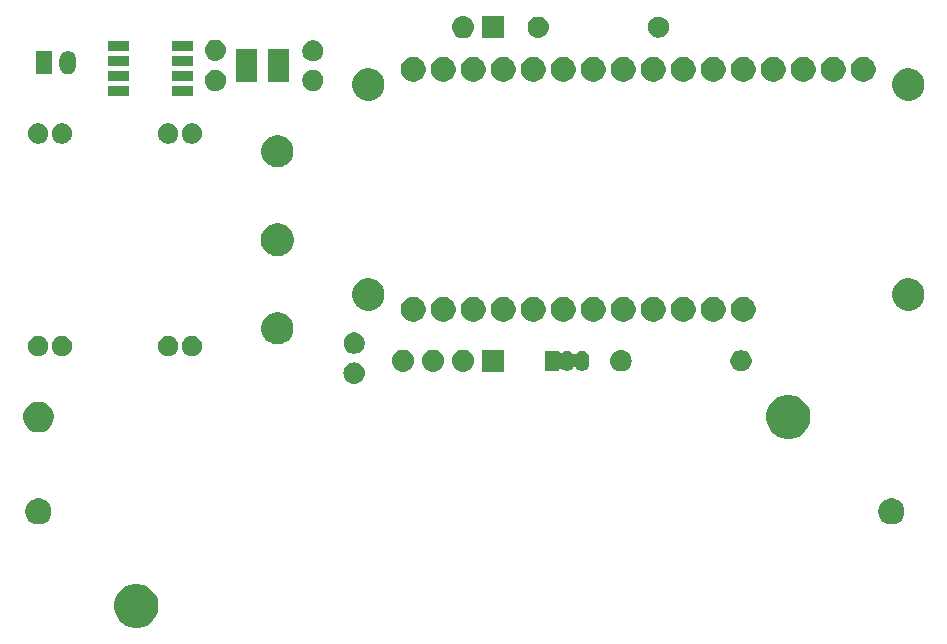
<source format=gbr>
%TF.GenerationSoftware,KiCad,Pcbnew,(5.0.2)-1*%
%TF.CreationDate,2019-03-08T17:26:47-06:00*%
%TF.ProjectId,IoT IPRO (plant pot),496f5420-4950-4524-9f20-28706c616e74,rev?*%
%TF.SameCoordinates,Original*%
%TF.FileFunction,Soldermask,Top*%
%TF.FilePolarity,Negative*%
%FSLAX46Y46*%
G04 Gerber Fmt 4.6, Leading zero omitted, Abs format (unit mm)*
G04 Created by KiCad (PCBNEW (5.0.2)-1) date 3/8/2019 5:26:47 PM*
%MOMM*%
%LPD*%
G01*
G04 APERTURE LIST*
%ADD10C,0.100000*%
G04 APERTURE END LIST*
D10*
G36*
X71346916Y-82197055D02*
X71688144Y-82338396D01*
X71995246Y-82543595D01*
X72256405Y-82804754D01*
X72461604Y-83111856D01*
X72602945Y-83453084D01*
X72675000Y-83815327D01*
X72675000Y-84184673D01*
X72602945Y-84546916D01*
X72461604Y-84888144D01*
X72256405Y-85195246D01*
X71995246Y-85456405D01*
X71688144Y-85661604D01*
X71346916Y-85802945D01*
X70984673Y-85875000D01*
X70615327Y-85875000D01*
X70253084Y-85802945D01*
X69911856Y-85661604D01*
X69604754Y-85456405D01*
X69343595Y-85195246D01*
X69138396Y-84888144D01*
X68997055Y-84546916D01*
X68925000Y-84184673D01*
X68925000Y-83815327D01*
X68997055Y-83453084D01*
X69138396Y-83111856D01*
X69343595Y-82804754D01*
X69604754Y-82543595D01*
X69911856Y-82338396D01*
X70253084Y-82197055D01*
X70615327Y-82125000D01*
X70984673Y-82125000D01*
X71346916Y-82197055D01*
X71346916Y-82197055D01*
G37*
G36*
X135060857Y-74942272D02*
X135261042Y-75025191D01*
X135441213Y-75145578D01*
X135594422Y-75298787D01*
X135714809Y-75478958D01*
X135797728Y-75679143D01*
X135840000Y-75891658D01*
X135840000Y-76108342D01*
X135797728Y-76320857D01*
X135714809Y-76521042D01*
X135594422Y-76701213D01*
X135441213Y-76854422D01*
X135261042Y-76974809D01*
X135060857Y-77057728D01*
X134848342Y-77100000D01*
X134631658Y-77100000D01*
X134419143Y-77057728D01*
X134218958Y-76974809D01*
X134038787Y-76854422D01*
X133885578Y-76701213D01*
X133765191Y-76521042D01*
X133682272Y-76320857D01*
X133640000Y-76108342D01*
X133640000Y-75891658D01*
X133682272Y-75679143D01*
X133765191Y-75478958D01*
X133885578Y-75298787D01*
X134038787Y-75145578D01*
X134218958Y-75025191D01*
X134419143Y-74942272D01*
X134631658Y-74900000D01*
X134848342Y-74900000D01*
X135060857Y-74942272D01*
X135060857Y-74942272D01*
G37*
G36*
X62840857Y-74942272D02*
X63041042Y-75025191D01*
X63221213Y-75145578D01*
X63374422Y-75298787D01*
X63494809Y-75478958D01*
X63577728Y-75679143D01*
X63620000Y-75891658D01*
X63620000Y-76108342D01*
X63577728Y-76320857D01*
X63494809Y-76521042D01*
X63374422Y-76701213D01*
X63221213Y-76854422D01*
X63041042Y-76974809D01*
X62840857Y-77057728D01*
X62628342Y-77100000D01*
X62411658Y-77100000D01*
X62199143Y-77057728D01*
X61998958Y-76974809D01*
X61818787Y-76854422D01*
X61665578Y-76701213D01*
X61545191Y-76521042D01*
X61462272Y-76320857D01*
X61420000Y-76108342D01*
X61420000Y-75891658D01*
X61462272Y-75679143D01*
X61545191Y-75478958D01*
X61665578Y-75298787D01*
X61818787Y-75145578D01*
X61998958Y-75025191D01*
X62199143Y-74942272D01*
X62411658Y-74900000D01*
X62628342Y-74900000D01*
X62840857Y-74942272D01*
X62840857Y-74942272D01*
G37*
G36*
X126546916Y-66197055D02*
X126888144Y-66338396D01*
X127195246Y-66543595D01*
X127456405Y-66804754D01*
X127661604Y-67111856D01*
X127802945Y-67453084D01*
X127875000Y-67815327D01*
X127875000Y-68184673D01*
X127802945Y-68546916D01*
X127661604Y-68888144D01*
X127456405Y-69195246D01*
X127195246Y-69456405D01*
X126888144Y-69661604D01*
X126546916Y-69802945D01*
X126184673Y-69875000D01*
X125815327Y-69875000D01*
X125453084Y-69802945D01*
X125111856Y-69661604D01*
X124804754Y-69456405D01*
X124543595Y-69195246D01*
X124338396Y-68888144D01*
X124197055Y-68546916D01*
X124125000Y-68184673D01*
X124125000Y-67815327D01*
X124197055Y-67453084D01*
X124338396Y-67111856D01*
X124543595Y-66804754D01*
X124804754Y-66543595D01*
X125111856Y-66338396D01*
X125453084Y-66197055D01*
X125815327Y-66125000D01*
X126184673Y-66125000D01*
X126546916Y-66197055D01*
X126546916Y-66197055D01*
G37*
G36*
X62814341Y-66738177D02*
X62897738Y-66754766D01*
X63133413Y-66852386D01*
X63342689Y-66992221D01*
X63345517Y-66994110D01*
X63525890Y-67174483D01*
X63667615Y-67386589D01*
X63765234Y-67622263D01*
X63815000Y-67872452D01*
X63815000Y-68127548D01*
X63765234Y-68377737D01*
X63667615Y-68613411D01*
X63525890Y-68825517D01*
X63345517Y-69005890D01*
X63345514Y-69005892D01*
X63133413Y-69147614D01*
X62897738Y-69245234D01*
X62814341Y-69261823D01*
X62647548Y-69295000D01*
X62392452Y-69295000D01*
X62225659Y-69261823D01*
X62142262Y-69245234D01*
X61906587Y-69147614D01*
X61694486Y-69005892D01*
X61694483Y-69005890D01*
X61514110Y-68825517D01*
X61372385Y-68613411D01*
X61274766Y-68377737D01*
X61225000Y-68127548D01*
X61225000Y-67872452D01*
X61274766Y-67622263D01*
X61372385Y-67386589D01*
X61514110Y-67174483D01*
X61694483Y-66994110D01*
X61697311Y-66992221D01*
X61906587Y-66852386D01*
X62142262Y-66754766D01*
X62225659Y-66738177D01*
X62392452Y-66705000D01*
X62647548Y-66705000D01*
X62814341Y-66738177D01*
X62814341Y-66738177D01*
G37*
G36*
X89426432Y-63403022D02*
X89596081Y-63454485D01*
X89752433Y-63538056D01*
X89889475Y-63650525D01*
X90001944Y-63787567D01*
X90085515Y-63943919D01*
X90136978Y-64113568D01*
X90154354Y-64290000D01*
X90136978Y-64466432D01*
X90085515Y-64636081D01*
X90001944Y-64792433D01*
X89889475Y-64929475D01*
X89752433Y-65041944D01*
X89596081Y-65125515D01*
X89426432Y-65176978D01*
X89294211Y-65190000D01*
X89205789Y-65190000D01*
X89073568Y-65176978D01*
X88903919Y-65125515D01*
X88747567Y-65041944D01*
X88610525Y-64929475D01*
X88498056Y-64792433D01*
X88414485Y-64636081D01*
X88363022Y-64466432D01*
X88345646Y-64290000D01*
X88363022Y-64113568D01*
X88414485Y-63943919D01*
X88498056Y-63787567D01*
X88610525Y-63650525D01*
X88747567Y-63538056D01*
X88903919Y-63454485D01*
X89073568Y-63403022D01*
X89205789Y-63390000D01*
X89294211Y-63390000D01*
X89426432Y-63403022D01*
X89426432Y-63403022D01*
G37*
G36*
X101950000Y-64190000D02*
X100050000Y-64190000D01*
X100050000Y-62290000D01*
X101950000Y-62290000D01*
X101950000Y-64190000D01*
X101950000Y-64190000D01*
G37*
G36*
X98576448Y-62296873D02*
X98646232Y-62303746D01*
X98735770Y-62330907D01*
X98825309Y-62358068D01*
X98990347Y-62446283D01*
X99135001Y-62564999D01*
X99253717Y-62709653D01*
X99341932Y-62874691D01*
X99369093Y-62964230D01*
X99396254Y-63053768D01*
X99414596Y-63240000D01*
X99396254Y-63426232D01*
X99387683Y-63454486D01*
X99341932Y-63605309D01*
X99253717Y-63770347D01*
X99135001Y-63915001D01*
X98990347Y-64033717D01*
X98825309Y-64121932D01*
X98808674Y-64126978D01*
X98646232Y-64176254D01*
X98576448Y-64183127D01*
X98506666Y-64190000D01*
X98413334Y-64190000D01*
X98343552Y-64183127D01*
X98273768Y-64176254D01*
X98111326Y-64126978D01*
X98094691Y-64121932D01*
X97929653Y-64033717D01*
X97784999Y-63915001D01*
X97666283Y-63770347D01*
X97578068Y-63605309D01*
X97532317Y-63454486D01*
X97523746Y-63426232D01*
X97505404Y-63240000D01*
X97523746Y-63053768D01*
X97550907Y-62964230D01*
X97578068Y-62874691D01*
X97666283Y-62709653D01*
X97784999Y-62564999D01*
X97929653Y-62446283D01*
X98094691Y-62358068D01*
X98184230Y-62330907D01*
X98273768Y-62303746D01*
X98343552Y-62296873D01*
X98413334Y-62290000D01*
X98506666Y-62290000D01*
X98576448Y-62296873D01*
X98576448Y-62296873D01*
G37*
G36*
X93496448Y-62296873D02*
X93566232Y-62303746D01*
X93655770Y-62330907D01*
X93745309Y-62358068D01*
X93910347Y-62446283D01*
X94055001Y-62564999D01*
X94173717Y-62709653D01*
X94261932Y-62874691D01*
X94289093Y-62964230D01*
X94316254Y-63053768D01*
X94334596Y-63240000D01*
X94316254Y-63426232D01*
X94307683Y-63454486D01*
X94261932Y-63605309D01*
X94173717Y-63770347D01*
X94055001Y-63915001D01*
X93910347Y-64033717D01*
X93745309Y-64121932D01*
X93728674Y-64126978D01*
X93566232Y-64176254D01*
X93496448Y-64183127D01*
X93426666Y-64190000D01*
X93333334Y-64190000D01*
X93263552Y-64183127D01*
X93193768Y-64176254D01*
X93031326Y-64126978D01*
X93014691Y-64121932D01*
X92849653Y-64033717D01*
X92704999Y-63915001D01*
X92586283Y-63770347D01*
X92498068Y-63605309D01*
X92452317Y-63454486D01*
X92443746Y-63426232D01*
X92425404Y-63240000D01*
X92443746Y-63053768D01*
X92470907Y-62964230D01*
X92498068Y-62874691D01*
X92586283Y-62709653D01*
X92704999Y-62564999D01*
X92849653Y-62446283D01*
X93014691Y-62358068D01*
X93104230Y-62330907D01*
X93193768Y-62303746D01*
X93263552Y-62296873D01*
X93333334Y-62290000D01*
X93426666Y-62290000D01*
X93496448Y-62296873D01*
X93496448Y-62296873D01*
G37*
G36*
X96036448Y-62296873D02*
X96106232Y-62303746D01*
X96195770Y-62330907D01*
X96285309Y-62358068D01*
X96450347Y-62446283D01*
X96595001Y-62564999D01*
X96713717Y-62709653D01*
X96801932Y-62874691D01*
X96829093Y-62964230D01*
X96856254Y-63053768D01*
X96874596Y-63240000D01*
X96856254Y-63426232D01*
X96847683Y-63454486D01*
X96801932Y-63605309D01*
X96713717Y-63770347D01*
X96595001Y-63915001D01*
X96450347Y-64033717D01*
X96285309Y-64121932D01*
X96268674Y-64126978D01*
X96106232Y-64176254D01*
X96036448Y-64183127D01*
X95966666Y-64190000D01*
X95873334Y-64190000D01*
X95803552Y-64183127D01*
X95733768Y-64176254D01*
X95571326Y-64126978D01*
X95554691Y-64121932D01*
X95389653Y-64033717D01*
X95244999Y-63915001D01*
X95126283Y-63770347D01*
X95038068Y-63605309D01*
X94992317Y-63454486D01*
X94983746Y-63426232D01*
X94965404Y-63240000D01*
X94983746Y-63053768D01*
X95010907Y-62964230D01*
X95038068Y-62874691D01*
X95126283Y-62709653D01*
X95244999Y-62564999D01*
X95389653Y-62446283D01*
X95554691Y-62358068D01*
X95644230Y-62330907D01*
X95733768Y-62303746D01*
X95803552Y-62296873D01*
X95873334Y-62290000D01*
X95966666Y-62290000D01*
X96036448Y-62296873D01*
X96036448Y-62296873D01*
G37*
G36*
X122262521Y-62374586D02*
X122426309Y-62442429D01*
X122573720Y-62540926D01*
X122699074Y-62666280D01*
X122797571Y-62813691D01*
X122865414Y-62977479D01*
X122900000Y-63151356D01*
X122900000Y-63328644D01*
X122865414Y-63502521D01*
X122797571Y-63666309D01*
X122699074Y-63813720D01*
X122573720Y-63939074D01*
X122426309Y-64037571D01*
X122262521Y-64105414D01*
X122088644Y-64140000D01*
X121911356Y-64140000D01*
X121737479Y-64105414D01*
X121573691Y-64037571D01*
X121426280Y-63939074D01*
X121300926Y-63813720D01*
X121202429Y-63666309D01*
X121134586Y-63502521D01*
X121100000Y-63328644D01*
X121100000Y-63151356D01*
X121134586Y-62977479D01*
X121202429Y-62813691D01*
X121300926Y-62666280D01*
X121426280Y-62540926D01*
X121573691Y-62442429D01*
X121737479Y-62374586D01*
X121911356Y-62340000D01*
X122088644Y-62340000D01*
X122262521Y-62374586D01*
X122262521Y-62374586D01*
G37*
G36*
X112016432Y-62353022D02*
X112186081Y-62404485D01*
X112342433Y-62488056D01*
X112479475Y-62600525D01*
X112591944Y-62737567D01*
X112675515Y-62893919D01*
X112726978Y-63063568D01*
X112744354Y-63240000D01*
X112726978Y-63416432D01*
X112675515Y-63586081D01*
X112591944Y-63742433D01*
X112479475Y-63879475D01*
X112342433Y-63991944D01*
X112186081Y-64075515D01*
X112016432Y-64126978D01*
X111884211Y-64140000D01*
X111795789Y-64140000D01*
X111663568Y-64126978D01*
X111493919Y-64075515D01*
X111337567Y-63991944D01*
X111200525Y-63879475D01*
X111088056Y-63742433D01*
X111004485Y-63586081D01*
X110953022Y-63416432D01*
X110935646Y-63240000D01*
X110953022Y-63063568D01*
X111004485Y-62893919D01*
X111088056Y-62737567D01*
X111200525Y-62600525D01*
X111337567Y-62488056D01*
X111493919Y-62404485D01*
X111663568Y-62353022D01*
X111795789Y-62340000D01*
X111884211Y-62340000D01*
X112016432Y-62353022D01*
X112016432Y-62353022D01*
G37*
G36*
X108662520Y-62399043D02*
X108780333Y-62434781D01*
X108888910Y-62492817D01*
X108984080Y-62570920D01*
X109062183Y-62666089D01*
X109120219Y-62774666D01*
X109155957Y-62892479D01*
X109165000Y-62984296D01*
X109165000Y-63495703D01*
X109155957Y-63587521D01*
X109120219Y-63705334D01*
X109062183Y-63813911D01*
X108984080Y-63909080D01*
X108888911Y-63987183D01*
X108780334Y-64045219D01*
X108662521Y-64080957D01*
X108540000Y-64093024D01*
X108417480Y-64080957D01*
X108299667Y-64045219D01*
X108191090Y-63987183D01*
X108095921Y-63909080D01*
X108017818Y-63813911D01*
X108015239Y-63809085D01*
X108001627Y-63788714D01*
X107984300Y-63771387D01*
X107963925Y-63757773D01*
X107941286Y-63748396D01*
X107917253Y-63743615D01*
X107892749Y-63743615D01*
X107868715Y-63748395D01*
X107846076Y-63757772D01*
X107825701Y-63771386D01*
X107808374Y-63788713D01*
X107794766Y-63809078D01*
X107792183Y-63813911D01*
X107714080Y-63909080D01*
X107618911Y-63987183D01*
X107510334Y-64045219D01*
X107392521Y-64080957D01*
X107270000Y-64093024D01*
X107147480Y-64080957D01*
X107029667Y-64045219D01*
X106921090Y-63987183D01*
X106829286Y-63911842D01*
X106808925Y-63898237D01*
X106786286Y-63888860D01*
X106762253Y-63884079D01*
X106737748Y-63884079D01*
X106713715Y-63888859D01*
X106691076Y-63898237D01*
X106670701Y-63911850D01*
X106653374Y-63929177D01*
X106639760Y-63949552D01*
X106630383Y-63972191D01*
X106625602Y-63996224D01*
X106625000Y-64008477D01*
X106625000Y-64090000D01*
X105375000Y-64090000D01*
X105375000Y-62390000D01*
X106625000Y-62390000D01*
X106625000Y-62471522D01*
X106627402Y-62495908D01*
X106634515Y-62519357D01*
X106646066Y-62540968D01*
X106661612Y-62559910D01*
X106680554Y-62575456D01*
X106702165Y-62587007D01*
X106725614Y-62594120D01*
X106750000Y-62596522D01*
X106774386Y-62594120D01*
X106797835Y-62587007D01*
X106819446Y-62575456D01*
X106829285Y-62568158D01*
X106921089Y-62492817D01*
X107029666Y-62434781D01*
X107147479Y-62399043D01*
X107270000Y-62386976D01*
X107392520Y-62399043D01*
X107510333Y-62434781D01*
X107618910Y-62492817D01*
X107714080Y-62570920D01*
X107792183Y-62666089D01*
X107794766Y-62670922D01*
X107808373Y-62691286D01*
X107825700Y-62708613D01*
X107846075Y-62722227D01*
X107868714Y-62731604D01*
X107892747Y-62736385D01*
X107917251Y-62736385D01*
X107941285Y-62731605D01*
X107963924Y-62722228D01*
X107984299Y-62708614D01*
X108001626Y-62691287D01*
X108015239Y-62670914D01*
X108015241Y-62670911D01*
X108017817Y-62666090D01*
X108095920Y-62570920D01*
X108191089Y-62492817D01*
X108299666Y-62434781D01*
X108417479Y-62399043D01*
X108540000Y-62386976D01*
X108662520Y-62399043D01*
X108662520Y-62399043D01*
G37*
G36*
X75668168Y-61154563D02*
X75751436Y-61171126D01*
X75908310Y-61236105D01*
X76039389Y-61323690D01*
X76049496Y-61330443D01*
X76169557Y-61450504D01*
X76169559Y-61450507D01*
X76263895Y-61591690D01*
X76328874Y-61748564D01*
X76362000Y-61915100D01*
X76362000Y-62084900D01*
X76328874Y-62251436D01*
X76263895Y-62408310D01*
X76189695Y-62519357D01*
X76169557Y-62549496D01*
X76049496Y-62669557D01*
X76049493Y-62669559D01*
X75908310Y-62763895D01*
X75751436Y-62828874D01*
X75668168Y-62845437D01*
X75584901Y-62862000D01*
X75415099Y-62862000D01*
X75331832Y-62845437D01*
X75248564Y-62828874D01*
X75091690Y-62763895D01*
X74950507Y-62669559D01*
X74950504Y-62669557D01*
X74830443Y-62549496D01*
X74810305Y-62519357D01*
X74736105Y-62408310D01*
X74671126Y-62251436D01*
X74638000Y-62084900D01*
X74638000Y-61915100D01*
X74671126Y-61748564D01*
X74736105Y-61591690D01*
X74830441Y-61450507D01*
X74830443Y-61450504D01*
X74950504Y-61330443D01*
X74960611Y-61323690D01*
X75091690Y-61236105D01*
X75248564Y-61171126D01*
X75331832Y-61154563D01*
X75415099Y-61138000D01*
X75584901Y-61138000D01*
X75668168Y-61154563D01*
X75668168Y-61154563D01*
G37*
G36*
X73668168Y-61154563D02*
X73751436Y-61171126D01*
X73908310Y-61236105D01*
X74039389Y-61323690D01*
X74049496Y-61330443D01*
X74169557Y-61450504D01*
X74169559Y-61450507D01*
X74263895Y-61591690D01*
X74328874Y-61748564D01*
X74362000Y-61915100D01*
X74362000Y-62084900D01*
X74328874Y-62251436D01*
X74263895Y-62408310D01*
X74189695Y-62519357D01*
X74169557Y-62549496D01*
X74049496Y-62669557D01*
X74049493Y-62669559D01*
X73908310Y-62763895D01*
X73751436Y-62828874D01*
X73668168Y-62845437D01*
X73584901Y-62862000D01*
X73415099Y-62862000D01*
X73331832Y-62845437D01*
X73248564Y-62828874D01*
X73091690Y-62763895D01*
X72950507Y-62669559D01*
X72950504Y-62669557D01*
X72830443Y-62549496D01*
X72810305Y-62519357D01*
X72736105Y-62408310D01*
X72671126Y-62251436D01*
X72638000Y-62084900D01*
X72638000Y-61915100D01*
X72671126Y-61748564D01*
X72736105Y-61591690D01*
X72830441Y-61450507D01*
X72830443Y-61450504D01*
X72950504Y-61330443D01*
X72960611Y-61323690D01*
X73091690Y-61236105D01*
X73248564Y-61171126D01*
X73331832Y-61154563D01*
X73415099Y-61138000D01*
X73584901Y-61138000D01*
X73668168Y-61154563D01*
X73668168Y-61154563D01*
G37*
G36*
X62668168Y-61154563D02*
X62751436Y-61171126D01*
X62908310Y-61236105D01*
X63039389Y-61323690D01*
X63049496Y-61330443D01*
X63169557Y-61450504D01*
X63169559Y-61450507D01*
X63263895Y-61591690D01*
X63328874Y-61748564D01*
X63362000Y-61915100D01*
X63362000Y-62084900D01*
X63328874Y-62251436D01*
X63263895Y-62408310D01*
X63189695Y-62519357D01*
X63169557Y-62549496D01*
X63049496Y-62669557D01*
X63049493Y-62669559D01*
X62908310Y-62763895D01*
X62751436Y-62828874D01*
X62668168Y-62845437D01*
X62584901Y-62862000D01*
X62415099Y-62862000D01*
X62331832Y-62845437D01*
X62248564Y-62828874D01*
X62091690Y-62763895D01*
X61950507Y-62669559D01*
X61950504Y-62669557D01*
X61830443Y-62549496D01*
X61810305Y-62519357D01*
X61736105Y-62408310D01*
X61671126Y-62251436D01*
X61638000Y-62084900D01*
X61638000Y-61915100D01*
X61671126Y-61748564D01*
X61736105Y-61591690D01*
X61830441Y-61450507D01*
X61830443Y-61450504D01*
X61950504Y-61330443D01*
X61960611Y-61323690D01*
X62091690Y-61236105D01*
X62248564Y-61171126D01*
X62331832Y-61154563D01*
X62415099Y-61138000D01*
X62584901Y-61138000D01*
X62668168Y-61154563D01*
X62668168Y-61154563D01*
G37*
G36*
X64668168Y-61154563D02*
X64751436Y-61171126D01*
X64908310Y-61236105D01*
X65039389Y-61323690D01*
X65049496Y-61330443D01*
X65169557Y-61450504D01*
X65169559Y-61450507D01*
X65263895Y-61591690D01*
X65328874Y-61748564D01*
X65362000Y-61915100D01*
X65362000Y-62084900D01*
X65328874Y-62251436D01*
X65263895Y-62408310D01*
X65189695Y-62519357D01*
X65169557Y-62549496D01*
X65049496Y-62669557D01*
X65049493Y-62669559D01*
X64908310Y-62763895D01*
X64751436Y-62828874D01*
X64668168Y-62845437D01*
X64584901Y-62862000D01*
X64415099Y-62862000D01*
X64331832Y-62845437D01*
X64248564Y-62828874D01*
X64091690Y-62763895D01*
X63950507Y-62669559D01*
X63950504Y-62669557D01*
X63830443Y-62549496D01*
X63810305Y-62519357D01*
X63736105Y-62408310D01*
X63671126Y-62251436D01*
X63638000Y-62084900D01*
X63638000Y-61915100D01*
X63671126Y-61748564D01*
X63736105Y-61591690D01*
X63830441Y-61450507D01*
X63830443Y-61450504D01*
X63950504Y-61330443D01*
X63960611Y-61323690D01*
X64091690Y-61236105D01*
X64248564Y-61171126D01*
X64331832Y-61154563D01*
X64415099Y-61138000D01*
X64584901Y-61138000D01*
X64668168Y-61154563D01*
X64668168Y-61154563D01*
G37*
G36*
X89512521Y-60884586D02*
X89676309Y-60952429D01*
X89823720Y-61050926D01*
X89949074Y-61176280D01*
X90047571Y-61323691D01*
X90115414Y-61487479D01*
X90150000Y-61661356D01*
X90150000Y-61838644D01*
X90115414Y-62012521D01*
X90047571Y-62176309D01*
X89949074Y-62323720D01*
X89823720Y-62449074D01*
X89676309Y-62547571D01*
X89512521Y-62615414D01*
X89338644Y-62650000D01*
X89161356Y-62650000D01*
X88987479Y-62615414D01*
X88823691Y-62547571D01*
X88676280Y-62449074D01*
X88550926Y-62323720D01*
X88452429Y-62176309D01*
X88384586Y-62012521D01*
X88350000Y-61838644D01*
X88350000Y-61661356D01*
X88384586Y-61487479D01*
X88452429Y-61323691D01*
X88550926Y-61176280D01*
X88676280Y-61050926D01*
X88823691Y-60952429D01*
X88987479Y-60884586D01*
X89161356Y-60850000D01*
X89338644Y-60850000D01*
X89512521Y-60884586D01*
X89512521Y-60884586D01*
G37*
G36*
X83143778Y-59201879D02*
X83389466Y-59303646D01*
X83610578Y-59451389D01*
X83798611Y-59639422D01*
X83946354Y-59860534D01*
X84048121Y-60106222D01*
X84100000Y-60367035D01*
X84100000Y-60632965D01*
X84048121Y-60893778D01*
X83946354Y-61139466D01*
X83798611Y-61360578D01*
X83610578Y-61548611D01*
X83389466Y-61696354D01*
X83143778Y-61798121D01*
X82882965Y-61850000D01*
X82617035Y-61850000D01*
X82356222Y-61798121D01*
X82110534Y-61696354D01*
X81889422Y-61548611D01*
X81701389Y-61360578D01*
X81553646Y-61139466D01*
X81451879Y-60893778D01*
X81400000Y-60632965D01*
X81400000Y-60367035D01*
X81451879Y-60106222D01*
X81553646Y-59860534D01*
X81701389Y-59639422D01*
X81889422Y-59451389D01*
X82110534Y-59303646D01*
X82356222Y-59201879D01*
X82617035Y-59150000D01*
X82882965Y-59150000D01*
X83143778Y-59201879D01*
X83143778Y-59201879D01*
G37*
G36*
X114695888Y-57844470D02*
X114876274Y-57880350D01*
X115067362Y-57959502D01*
X115239336Y-58074411D01*
X115385589Y-58220664D01*
X115500498Y-58392638D01*
X115579650Y-58583726D01*
X115620000Y-58786584D01*
X115620000Y-58993416D01*
X115579650Y-59196274D01*
X115500498Y-59387362D01*
X115385589Y-59559336D01*
X115239336Y-59705589D01*
X115067362Y-59820498D01*
X114876274Y-59899650D01*
X114695888Y-59935530D01*
X114673417Y-59940000D01*
X114466583Y-59940000D01*
X114444112Y-59935530D01*
X114263726Y-59899650D01*
X114072638Y-59820498D01*
X113900664Y-59705589D01*
X113754411Y-59559336D01*
X113639502Y-59387362D01*
X113560350Y-59196274D01*
X113520000Y-58993416D01*
X113520000Y-58786584D01*
X113560350Y-58583726D01*
X113639502Y-58392638D01*
X113754411Y-58220664D01*
X113900664Y-58074411D01*
X114072638Y-57959502D01*
X114263726Y-57880350D01*
X114444112Y-57844470D01*
X114466583Y-57840000D01*
X114673417Y-57840000D01*
X114695888Y-57844470D01*
X114695888Y-57844470D01*
G37*
G36*
X99455888Y-57844470D02*
X99636274Y-57880350D01*
X99827362Y-57959502D01*
X99999336Y-58074411D01*
X100145589Y-58220664D01*
X100260498Y-58392638D01*
X100339650Y-58583726D01*
X100380000Y-58786584D01*
X100380000Y-58993416D01*
X100339650Y-59196274D01*
X100260498Y-59387362D01*
X100145589Y-59559336D01*
X99999336Y-59705589D01*
X99827362Y-59820498D01*
X99636274Y-59899650D01*
X99455888Y-59935530D01*
X99433417Y-59940000D01*
X99226583Y-59940000D01*
X99204112Y-59935530D01*
X99023726Y-59899650D01*
X98832638Y-59820498D01*
X98660664Y-59705589D01*
X98514411Y-59559336D01*
X98399502Y-59387362D01*
X98320350Y-59196274D01*
X98280000Y-58993416D01*
X98280000Y-58786584D01*
X98320350Y-58583726D01*
X98399502Y-58392638D01*
X98514411Y-58220664D01*
X98660664Y-58074411D01*
X98832638Y-57959502D01*
X99023726Y-57880350D01*
X99204112Y-57844470D01*
X99226583Y-57840000D01*
X99433417Y-57840000D01*
X99455888Y-57844470D01*
X99455888Y-57844470D01*
G37*
G36*
X96915888Y-57844470D02*
X97096274Y-57880350D01*
X97287362Y-57959502D01*
X97459336Y-58074411D01*
X97605589Y-58220664D01*
X97720498Y-58392638D01*
X97799650Y-58583726D01*
X97840000Y-58786584D01*
X97840000Y-58993416D01*
X97799650Y-59196274D01*
X97720498Y-59387362D01*
X97605589Y-59559336D01*
X97459336Y-59705589D01*
X97287362Y-59820498D01*
X97096274Y-59899650D01*
X96915888Y-59935530D01*
X96893417Y-59940000D01*
X96686583Y-59940000D01*
X96664112Y-59935530D01*
X96483726Y-59899650D01*
X96292638Y-59820498D01*
X96120664Y-59705589D01*
X95974411Y-59559336D01*
X95859502Y-59387362D01*
X95780350Y-59196274D01*
X95740000Y-58993416D01*
X95740000Y-58786584D01*
X95780350Y-58583726D01*
X95859502Y-58392638D01*
X95974411Y-58220664D01*
X96120664Y-58074411D01*
X96292638Y-57959502D01*
X96483726Y-57880350D01*
X96664112Y-57844470D01*
X96686583Y-57840000D01*
X96893417Y-57840000D01*
X96915888Y-57844470D01*
X96915888Y-57844470D01*
G37*
G36*
X94375888Y-57844470D02*
X94556274Y-57880350D01*
X94747362Y-57959502D01*
X94919336Y-58074411D01*
X95065589Y-58220664D01*
X95180498Y-58392638D01*
X95259650Y-58583726D01*
X95300000Y-58786584D01*
X95300000Y-58993416D01*
X95259650Y-59196274D01*
X95180498Y-59387362D01*
X95065589Y-59559336D01*
X94919336Y-59705589D01*
X94747362Y-59820498D01*
X94556274Y-59899650D01*
X94375888Y-59935530D01*
X94353417Y-59940000D01*
X94146583Y-59940000D01*
X94124112Y-59935530D01*
X93943726Y-59899650D01*
X93752638Y-59820498D01*
X93580664Y-59705589D01*
X93434411Y-59559336D01*
X93319502Y-59387362D01*
X93240350Y-59196274D01*
X93200000Y-58993416D01*
X93200000Y-58786584D01*
X93240350Y-58583726D01*
X93319502Y-58392638D01*
X93434411Y-58220664D01*
X93580664Y-58074411D01*
X93752638Y-57959502D01*
X93943726Y-57880350D01*
X94124112Y-57844470D01*
X94146583Y-57840000D01*
X94353417Y-57840000D01*
X94375888Y-57844470D01*
X94375888Y-57844470D01*
G37*
G36*
X112155888Y-57844470D02*
X112336274Y-57880350D01*
X112527362Y-57959502D01*
X112699336Y-58074411D01*
X112845589Y-58220664D01*
X112960498Y-58392638D01*
X113039650Y-58583726D01*
X113080000Y-58786584D01*
X113080000Y-58993416D01*
X113039650Y-59196274D01*
X112960498Y-59387362D01*
X112845589Y-59559336D01*
X112699336Y-59705589D01*
X112527362Y-59820498D01*
X112336274Y-59899650D01*
X112155888Y-59935530D01*
X112133417Y-59940000D01*
X111926583Y-59940000D01*
X111904112Y-59935530D01*
X111723726Y-59899650D01*
X111532638Y-59820498D01*
X111360664Y-59705589D01*
X111214411Y-59559336D01*
X111099502Y-59387362D01*
X111020350Y-59196274D01*
X110980000Y-58993416D01*
X110980000Y-58786584D01*
X111020350Y-58583726D01*
X111099502Y-58392638D01*
X111214411Y-58220664D01*
X111360664Y-58074411D01*
X111532638Y-57959502D01*
X111723726Y-57880350D01*
X111904112Y-57844470D01*
X111926583Y-57840000D01*
X112133417Y-57840000D01*
X112155888Y-57844470D01*
X112155888Y-57844470D01*
G37*
G36*
X109615888Y-57844470D02*
X109796274Y-57880350D01*
X109987362Y-57959502D01*
X110159336Y-58074411D01*
X110305589Y-58220664D01*
X110420498Y-58392638D01*
X110499650Y-58583726D01*
X110540000Y-58786584D01*
X110540000Y-58993416D01*
X110499650Y-59196274D01*
X110420498Y-59387362D01*
X110305589Y-59559336D01*
X110159336Y-59705589D01*
X109987362Y-59820498D01*
X109796274Y-59899650D01*
X109615888Y-59935530D01*
X109593417Y-59940000D01*
X109386583Y-59940000D01*
X109364112Y-59935530D01*
X109183726Y-59899650D01*
X108992638Y-59820498D01*
X108820664Y-59705589D01*
X108674411Y-59559336D01*
X108559502Y-59387362D01*
X108480350Y-59196274D01*
X108440000Y-58993416D01*
X108440000Y-58786584D01*
X108480350Y-58583726D01*
X108559502Y-58392638D01*
X108674411Y-58220664D01*
X108820664Y-58074411D01*
X108992638Y-57959502D01*
X109183726Y-57880350D01*
X109364112Y-57844470D01*
X109386583Y-57840000D01*
X109593417Y-57840000D01*
X109615888Y-57844470D01*
X109615888Y-57844470D01*
G37*
G36*
X107075888Y-57844470D02*
X107256274Y-57880350D01*
X107447362Y-57959502D01*
X107619336Y-58074411D01*
X107765589Y-58220664D01*
X107880498Y-58392638D01*
X107959650Y-58583726D01*
X108000000Y-58786584D01*
X108000000Y-58993416D01*
X107959650Y-59196274D01*
X107880498Y-59387362D01*
X107765589Y-59559336D01*
X107619336Y-59705589D01*
X107447362Y-59820498D01*
X107256274Y-59899650D01*
X107075888Y-59935530D01*
X107053417Y-59940000D01*
X106846583Y-59940000D01*
X106824112Y-59935530D01*
X106643726Y-59899650D01*
X106452638Y-59820498D01*
X106280664Y-59705589D01*
X106134411Y-59559336D01*
X106019502Y-59387362D01*
X105940350Y-59196274D01*
X105900000Y-58993416D01*
X105900000Y-58786584D01*
X105940350Y-58583726D01*
X106019502Y-58392638D01*
X106134411Y-58220664D01*
X106280664Y-58074411D01*
X106452638Y-57959502D01*
X106643726Y-57880350D01*
X106824112Y-57844470D01*
X106846583Y-57840000D01*
X107053417Y-57840000D01*
X107075888Y-57844470D01*
X107075888Y-57844470D01*
G37*
G36*
X104535888Y-57844470D02*
X104716274Y-57880350D01*
X104907362Y-57959502D01*
X105079336Y-58074411D01*
X105225589Y-58220664D01*
X105340498Y-58392638D01*
X105419650Y-58583726D01*
X105460000Y-58786584D01*
X105460000Y-58993416D01*
X105419650Y-59196274D01*
X105340498Y-59387362D01*
X105225589Y-59559336D01*
X105079336Y-59705589D01*
X104907362Y-59820498D01*
X104716274Y-59899650D01*
X104535888Y-59935530D01*
X104513417Y-59940000D01*
X104306583Y-59940000D01*
X104284112Y-59935530D01*
X104103726Y-59899650D01*
X103912638Y-59820498D01*
X103740664Y-59705589D01*
X103594411Y-59559336D01*
X103479502Y-59387362D01*
X103400350Y-59196274D01*
X103360000Y-58993416D01*
X103360000Y-58786584D01*
X103400350Y-58583726D01*
X103479502Y-58392638D01*
X103594411Y-58220664D01*
X103740664Y-58074411D01*
X103912638Y-57959502D01*
X104103726Y-57880350D01*
X104284112Y-57844470D01*
X104306583Y-57840000D01*
X104513417Y-57840000D01*
X104535888Y-57844470D01*
X104535888Y-57844470D01*
G37*
G36*
X101995888Y-57844470D02*
X102176274Y-57880350D01*
X102367362Y-57959502D01*
X102539336Y-58074411D01*
X102685589Y-58220664D01*
X102800498Y-58392638D01*
X102879650Y-58583726D01*
X102920000Y-58786584D01*
X102920000Y-58993416D01*
X102879650Y-59196274D01*
X102800498Y-59387362D01*
X102685589Y-59559336D01*
X102539336Y-59705589D01*
X102367362Y-59820498D01*
X102176274Y-59899650D01*
X101995888Y-59935530D01*
X101973417Y-59940000D01*
X101766583Y-59940000D01*
X101744112Y-59935530D01*
X101563726Y-59899650D01*
X101372638Y-59820498D01*
X101200664Y-59705589D01*
X101054411Y-59559336D01*
X100939502Y-59387362D01*
X100860350Y-59196274D01*
X100820000Y-58993416D01*
X100820000Y-58786584D01*
X100860350Y-58583726D01*
X100939502Y-58392638D01*
X101054411Y-58220664D01*
X101200664Y-58074411D01*
X101372638Y-57959502D01*
X101563726Y-57880350D01*
X101744112Y-57844470D01*
X101766583Y-57840000D01*
X101973417Y-57840000D01*
X101995888Y-57844470D01*
X101995888Y-57844470D01*
G37*
G36*
X122315888Y-57844470D02*
X122496274Y-57880350D01*
X122687362Y-57959502D01*
X122859336Y-58074411D01*
X123005589Y-58220664D01*
X123120498Y-58392638D01*
X123199650Y-58583726D01*
X123240000Y-58786584D01*
X123240000Y-58993416D01*
X123199650Y-59196274D01*
X123120498Y-59387362D01*
X123005589Y-59559336D01*
X122859336Y-59705589D01*
X122687362Y-59820498D01*
X122496274Y-59899650D01*
X122315888Y-59935530D01*
X122293417Y-59940000D01*
X122086583Y-59940000D01*
X122064112Y-59935530D01*
X121883726Y-59899650D01*
X121692638Y-59820498D01*
X121520664Y-59705589D01*
X121374411Y-59559336D01*
X121259502Y-59387362D01*
X121180350Y-59196274D01*
X121140000Y-58993416D01*
X121140000Y-58786584D01*
X121180350Y-58583726D01*
X121259502Y-58392638D01*
X121374411Y-58220664D01*
X121520664Y-58074411D01*
X121692638Y-57959502D01*
X121883726Y-57880350D01*
X122064112Y-57844470D01*
X122086583Y-57840000D01*
X122293417Y-57840000D01*
X122315888Y-57844470D01*
X122315888Y-57844470D01*
G37*
G36*
X117235888Y-57844470D02*
X117416274Y-57880350D01*
X117607362Y-57959502D01*
X117779336Y-58074411D01*
X117925589Y-58220664D01*
X118040498Y-58392638D01*
X118119650Y-58583726D01*
X118160000Y-58786584D01*
X118160000Y-58993416D01*
X118119650Y-59196274D01*
X118040498Y-59387362D01*
X117925589Y-59559336D01*
X117779336Y-59705589D01*
X117607362Y-59820498D01*
X117416274Y-59899650D01*
X117235888Y-59935530D01*
X117213417Y-59940000D01*
X117006583Y-59940000D01*
X116984112Y-59935530D01*
X116803726Y-59899650D01*
X116612638Y-59820498D01*
X116440664Y-59705589D01*
X116294411Y-59559336D01*
X116179502Y-59387362D01*
X116100350Y-59196274D01*
X116060000Y-58993416D01*
X116060000Y-58786584D01*
X116100350Y-58583726D01*
X116179502Y-58392638D01*
X116294411Y-58220664D01*
X116440664Y-58074411D01*
X116612638Y-57959502D01*
X116803726Y-57880350D01*
X116984112Y-57844470D01*
X117006583Y-57840000D01*
X117213417Y-57840000D01*
X117235888Y-57844470D01*
X117235888Y-57844470D01*
G37*
G36*
X119775888Y-57844470D02*
X119956274Y-57880350D01*
X120147362Y-57959502D01*
X120319336Y-58074411D01*
X120465589Y-58220664D01*
X120580498Y-58392638D01*
X120659650Y-58583726D01*
X120700000Y-58786584D01*
X120700000Y-58993416D01*
X120659650Y-59196274D01*
X120580498Y-59387362D01*
X120465589Y-59559336D01*
X120319336Y-59705589D01*
X120147362Y-59820498D01*
X119956274Y-59899650D01*
X119775888Y-59935530D01*
X119753417Y-59940000D01*
X119546583Y-59940000D01*
X119524112Y-59935530D01*
X119343726Y-59899650D01*
X119152638Y-59820498D01*
X118980664Y-59705589D01*
X118834411Y-59559336D01*
X118719502Y-59387362D01*
X118640350Y-59196274D01*
X118600000Y-58993416D01*
X118600000Y-58786584D01*
X118640350Y-58583726D01*
X118719502Y-58392638D01*
X118834411Y-58220664D01*
X118980664Y-58074411D01*
X119152638Y-57959502D01*
X119343726Y-57880350D01*
X119524112Y-57844470D01*
X119546583Y-57840000D01*
X119753417Y-57840000D01*
X119775888Y-57844470D01*
X119775888Y-57844470D01*
G37*
G36*
X90839614Y-56302648D02*
X91088937Y-56405921D01*
X91313327Y-56555853D01*
X91504147Y-56746673D01*
X91654079Y-56971063D01*
X91757352Y-57220386D01*
X91810000Y-57485065D01*
X91810000Y-57754935D01*
X91757352Y-58019614D01*
X91654079Y-58268937D01*
X91504147Y-58493327D01*
X91313327Y-58684147D01*
X91088937Y-58834079D01*
X90839614Y-58937352D01*
X90574935Y-58990000D01*
X90305065Y-58990000D01*
X90040386Y-58937352D01*
X89791063Y-58834079D01*
X89566673Y-58684147D01*
X89375853Y-58493327D01*
X89225921Y-58268937D01*
X89122648Y-58019614D01*
X89070000Y-57754935D01*
X89070000Y-57485065D01*
X89122648Y-57220386D01*
X89225921Y-56971063D01*
X89375853Y-56746673D01*
X89566673Y-56555853D01*
X89791063Y-56405921D01*
X90040386Y-56302648D01*
X90305065Y-56250000D01*
X90574935Y-56250000D01*
X90839614Y-56302648D01*
X90839614Y-56302648D01*
G37*
G36*
X136559614Y-56302648D02*
X136808937Y-56405921D01*
X137033327Y-56555853D01*
X137224147Y-56746673D01*
X137374079Y-56971063D01*
X137477352Y-57220386D01*
X137530000Y-57485065D01*
X137530000Y-57754935D01*
X137477352Y-58019614D01*
X137374079Y-58268937D01*
X137224147Y-58493327D01*
X137033327Y-58684147D01*
X136808937Y-58834079D01*
X136559614Y-58937352D01*
X136294935Y-58990000D01*
X136025065Y-58990000D01*
X135760386Y-58937352D01*
X135511063Y-58834079D01*
X135286673Y-58684147D01*
X135095853Y-58493327D01*
X134945921Y-58268937D01*
X134842648Y-58019614D01*
X134790000Y-57754935D01*
X134790000Y-57485065D01*
X134842648Y-57220386D01*
X134945921Y-56971063D01*
X135095853Y-56746673D01*
X135286673Y-56555853D01*
X135511063Y-56405921D01*
X135760386Y-56302648D01*
X136025065Y-56250000D01*
X136294935Y-56250000D01*
X136559614Y-56302648D01*
X136559614Y-56302648D01*
G37*
G36*
X83023127Y-51626901D02*
X83158365Y-51653801D01*
X83413149Y-51759336D01*
X83639397Y-51910511D01*
X83642451Y-51912551D01*
X83837449Y-52107549D01*
X83990665Y-52336853D01*
X84096199Y-52591636D01*
X84150000Y-52862111D01*
X84150000Y-53137889D01*
X84096199Y-53408364D01*
X83990665Y-53663147D01*
X83837449Y-53892451D01*
X83642451Y-54087449D01*
X83642448Y-54087451D01*
X83413149Y-54240664D01*
X83158365Y-54346199D01*
X83023126Y-54373100D01*
X82887889Y-54400000D01*
X82612111Y-54400000D01*
X82476874Y-54373100D01*
X82341635Y-54346199D01*
X82086851Y-54240664D01*
X81857552Y-54087451D01*
X81857549Y-54087449D01*
X81662551Y-53892451D01*
X81509335Y-53663147D01*
X81403801Y-53408364D01*
X81350000Y-53137889D01*
X81350000Y-52862111D01*
X81403801Y-52591636D01*
X81509335Y-52336853D01*
X81662551Y-52107549D01*
X81857549Y-51912551D01*
X81860603Y-51910511D01*
X82086851Y-51759336D01*
X82341635Y-51653801D01*
X82476873Y-51626901D01*
X82612111Y-51600000D01*
X82887889Y-51600000D01*
X83023127Y-51626901D01*
X83023127Y-51626901D01*
G37*
G36*
X83143778Y-44201879D02*
X83389466Y-44303646D01*
X83610578Y-44451389D01*
X83798611Y-44639422D01*
X83946354Y-44860534D01*
X84048121Y-45106222D01*
X84100000Y-45367035D01*
X84100000Y-45632965D01*
X84048121Y-45893778D01*
X83946354Y-46139466D01*
X83798611Y-46360578D01*
X83610578Y-46548611D01*
X83389466Y-46696354D01*
X83143778Y-46798121D01*
X82882965Y-46850000D01*
X82617035Y-46850000D01*
X82356222Y-46798121D01*
X82110534Y-46696354D01*
X81889422Y-46548611D01*
X81701389Y-46360578D01*
X81553646Y-46139466D01*
X81451879Y-45893778D01*
X81400000Y-45632965D01*
X81400000Y-45367035D01*
X81451879Y-45106222D01*
X81553646Y-44860534D01*
X81701389Y-44639422D01*
X81889422Y-44451389D01*
X82110534Y-44303646D01*
X82356222Y-44201879D01*
X82617035Y-44150000D01*
X82882965Y-44150000D01*
X83143778Y-44201879D01*
X83143778Y-44201879D01*
G37*
G36*
X75668168Y-43154563D02*
X75751436Y-43171126D01*
X75908310Y-43236105D01*
X76048542Y-43329805D01*
X76049496Y-43330443D01*
X76169557Y-43450504D01*
X76169559Y-43450507D01*
X76263895Y-43591690D01*
X76328874Y-43748564D01*
X76362000Y-43915100D01*
X76362000Y-44084900D01*
X76328874Y-44251436D01*
X76263895Y-44408310D01*
X76235110Y-44451389D01*
X76169557Y-44549496D01*
X76049496Y-44669557D01*
X76049493Y-44669559D01*
X75908310Y-44763895D01*
X75751436Y-44828874D01*
X75668168Y-44845437D01*
X75584901Y-44862000D01*
X75415099Y-44862000D01*
X75331832Y-44845437D01*
X75248564Y-44828874D01*
X75091690Y-44763895D01*
X74950507Y-44669559D01*
X74950504Y-44669557D01*
X74830443Y-44549496D01*
X74764890Y-44451389D01*
X74736105Y-44408310D01*
X74671126Y-44251436D01*
X74638000Y-44084900D01*
X74638000Y-43915100D01*
X74671126Y-43748564D01*
X74736105Y-43591690D01*
X74830441Y-43450507D01*
X74830443Y-43450504D01*
X74950504Y-43330443D01*
X74951458Y-43329805D01*
X75091690Y-43236105D01*
X75248564Y-43171126D01*
X75331832Y-43154563D01*
X75415099Y-43138000D01*
X75584901Y-43138000D01*
X75668168Y-43154563D01*
X75668168Y-43154563D01*
G37*
G36*
X62668168Y-43154563D02*
X62751436Y-43171126D01*
X62908310Y-43236105D01*
X63048542Y-43329805D01*
X63049496Y-43330443D01*
X63169557Y-43450504D01*
X63169559Y-43450507D01*
X63263895Y-43591690D01*
X63328874Y-43748564D01*
X63362000Y-43915100D01*
X63362000Y-44084900D01*
X63328874Y-44251436D01*
X63263895Y-44408310D01*
X63235110Y-44451389D01*
X63169557Y-44549496D01*
X63049496Y-44669557D01*
X63049493Y-44669559D01*
X62908310Y-44763895D01*
X62751436Y-44828874D01*
X62668168Y-44845437D01*
X62584901Y-44862000D01*
X62415099Y-44862000D01*
X62331832Y-44845437D01*
X62248564Y-44828874D01*
X62091690Y-44763895D01*
X61950507Y-44669559D01*
X61950504Y-44669557D01*
X61830443Y-44549496D01*
X61764890Y-44451389D01*
X61736105Y-44408310D01*
X61671126Y-44251436D01*
X61638000Y-44084900D01*
X61638000Y-43915100D01*
X61671126Y-43748564D01*
X61736105Y-43591690D01*
X61830441Y-43450507D01*
X61830443Y-43450504D01*
X61950504Y-43330443D01*
X61951458Y-43329805D01*
X62091690Y-43236105D01*
X62248564Y-43171126D01*
X62331832Y-43154563D01*
X62415099Y-43138000D01*
X62584901Y-43138000D01*
X62668168Y-43154563D01*
X62668168Y-43154563D01*
G37*
G36*
X73668168Y-43154563D02*
X73751436Y-43171126D01*
X73908310Y-43236105D01*
X74048542Y-43329805D01*
X74049496Y-43330443D01*
X74169557Y-43450504D01*
X74169559Y-43450507D01*
X74263895Y-43591690D01*
X74328874Y-43748564D01*
X74362000Y-43915100D01*
X74362000Y-44084900D01*
X74328874Y-44251436D01*
X74263895Y-44408310D01*
X74235110Y-44451389D01*
X74169557Y-44549496D01*
X74049496Y-44669557D01*
X74049493Y-44669559D01*
X73908310Y-44763895D01*
X73751436Y-44828874D01*
X73668168Y-44845437D01*
X73584901Y-44862000D01*
X73415099Y-44862000D01*
X73331832Y-44845437D01*
X73248564Y-44828874D01*
X73091690Y-44763895D01*
X72950507Y-44669559D01*
X72950504Y-44669557D01*
X72830443Y-44549496D01*
X72764890Y-44451389D01*
X72736105Y-44408310D01*
X72671126Y-44251436D01*
X72638000Y-44084900D01*
X72638000Y-43915100D01*
X72671126Y-43748564D01*
X72736105Y-43591690D01*
X72830441Y-43450507D01*
X72830443Y-43450504D01*
X72950504Y-43330443D01*
X72951458Y-43329805D01*
X73091690Y-43236105D01*
X73248564Y-43171126D01*
X73331832Y-43154563D01*
X73415099Y-43138000D01*
X73584901Y-43138000D01*
X73668168Y-43154563D01*
X73668168Y-43154563D01*
G37*
G36*
X64668168Y-43154563D02*
X64751436Y-43171126D01*
X64908310Y-43236105D01*
X65048542Y-43329805D01*
X65049496Y-43330443D01*
X65169557Y-43450504D01*
X65169559Y-43450507D01*
X65263895Y-43591690D01*
X65328874Y-43748564D01*
X65362000Y-43915100D01*
X65362000Y-44084900D01*
X65328874Y-44251436D01*
X65263895Y-44408310D01*
X65235110Y-44451389D01*
X65169557Y-44549496D01*
X65049496Y-44669557D01*
X65049493Y-44669559D01*
X64908310Y-44763895D01*
X64751436Y-44828874D01*
X64668168Y-44845437D01*
X64584901Y-44862000D01*
X64415099Y-44862000D01*
X64331832Y-44845437D01*
X64248564Y-44828874D01*
X64091690Y-44763895D01*
X63950507Y-44669559D01*
X63950504Y-44669557D01*
X63830443Y-44549496D01*
X63764890Y-44451389D01*
X63736105Y-44408310D01*
X63671126Y-44251436D01*
X63638000Y-44084900D01*
X63638000Y-43915100D01*
X63671126Y-43748564D01*
X63736105Y-43591690D01*
X63830441Y-43450507D01*
X63830443Y-43450504D01*
X63950504Y-43330443D01*
X63951458Y-43329805D01*
X64091690Y-43236105D01*
X64248564Y-43171126D01*
X64331832Y-43154563D01*
X64415099Y-43138000D01*
X64584901Y-43138000D01*
X64668168Y-43154563D01*
X64668168Y-43154563D01*
G37*
G36*
X90839614Y-38522648D02*
X91088937Y-38625921D01*
X91313327Y-38775853D01*
X91504147Y-38966673D01*
X91654079Y-39191063D01*
X91757352Y-39440386D01*
X91810000Y-39705065D01*
X91810000Y-39974935D01*
X91757352Y-40239614D01*
X91654079Y-40488937D01*
X91504147Y-40713327D01*
X91313327Y-40904147D01*
X91088937Y-41054079D01*
X90839614Y-41157352D01*
X90574935Y-41210000D01*
X90305065Y-41210000D01*
X90040386Y-41157352D01*
X89791063Y-41054079D01*
X89566673Y-40904147D01*
X89375853Y-40713327D01*
X89225921Y-40488937D01*
X89122648Y-40239614D01*
X89070000Y-39974935D01*
X89070000Y-39705065D01*
X89122648Y-39440386D01*
X89225921Y-39191063D01*
X89375853Y-38966673D01*
X89566673Y-38775853D01*
X89791063Y-38625921D01*
X90040386Y-38522648D01*
X90305065Y-38470000D01*
X90574935Y-38470000D01*
X90839614Y-38522648D01*
X90839614Y-38522648D01*
G37*
G36*
X136559614Y-38522648D02*
X136808937Y-38625921D01*
X137033327Y-38775853D01*
X137224147Y-38966673D01*
X137374079Y-39191063D01*
X137477352Y-39440386D01*
X137530000Y-39705065D01*
X137530000Y-39974935D01*
X137477352Y-40239614D01*
X137374079Y-40488937D01*
X137224147Y-40713327D01*
X137033327Y-40904147D01*
X136808937Y-41054079D01*
X136559614Y-41157352D01*
X136294935Y-41210000D01*
X136025065Y-41210000D01*
X135760386Y-41157352D01*
X135511063Y-41054079D01*
X135286673Y-40904147D01*
X135095853Y-40713327D01*
X134945921Y-40488937D01*
X134842648Y-40239614D01*
X134790000Y-39974935D01*
X134790000Y-39705065D01*
X134842648Y-39440386D01*
X134945921Y-39191063D01*
X135095853Y-38966673D01*
X135286673Y-38775853D01*
X135511063Y-38625921D01*
X135760386Y-38522648D01*
X136025065Y-38470000D01*
X136294935Y-38470000D01*
X136559614Y-38522648D01*
X136559614Y-38522648D01*
G37*
G36*
X75575000Y-40805000D02*
X73825000Y-40805000D01*
X73825000Y-40005000D01*
X75575000Y-40005000D01*
X75575000Y-40805000D01*
X75575000Y-40805000D01*
G37*
G36*
X70175000Y-40805000D02*
X68425000Y-40805000D01*
X68425000Y-40005000D01*
X70175000Y-40005000D01*
X70175000Y-40805000D01*
X70175000Y-40805000D01*
G37*
G36*
X86012521Y-38634586D02*
X86176309Y-38702429D01*
X86323720Y-38800926D01*
X86449074Y-38926280D01*
X86547571Y-39073691D01*
X86615414Y-39237479D01*
X86650000Y-39411356D01*
X86650000Y-39588644D01*
X86615414Y-39762521D01*
X86547571Y-39926309D01*
X86449074Y-40073720D01*
X86323720Y-40199074D01*
X86176309Y-40297571D01*
X86012521Y-40365414D01*
X85838644Y-40400000D01*
X85661356Y-40400000D01*
X85487479Y-40365414D01*
X85323691Y-40297571D01*
X85176280Y-40199074D01*
X85050926Y-40073720D01*
X84952429Y-39926309D01*
X84884586Y-39762521D01*
X84850000Y-39588644D01*
X84850000Y-39411356D01*
X84884586Y-39237479D01*
X84952429Y-39073691D01*
X85050926Y-38926280D01*
X85176280Y-38800926D01*
X85323691Y-38702429D01*
X85487479Y-38634586D01*
X85661356Y-38600000D01*
X85838644Y-38600000D01*
X86012521Y-38634586D01*
X86012521Y-38634586D01*
G37*
G36*
X77762521Y-38634586D02*
X77926309Y-38702429D01*
X78073720Y-38800926D01*
X78199074Y-38926280D01*
X78297571Y-39073691D01*
X78365414Y-39237479D01*
X78400000Y-39411356D01*
X78400000Y-39588644D01*
X78365414Y-39762521D01*
X78297571Y-39926309D01*
X78199074Y-40073720D01*
X78073720Y-40199074D01*
X77926309Y-40297571D01*
X77762521Y-40365414D01*
X77588644Y-40400000D01*
X77411356Y-40400000D01*
X77237479Y-40365414D01*
X77073691Y-40297571D01*
X76926280Y-40199074D01*
X76800926Y-40073720D01*
X76702429Y-39926309D01*
X76634586Y-39762521D01*
X76600000Y-39588644D01*
X76600000Y-39411356D01*
X76634586Y-39237479D01*
X76702429Y-39073691D01*
X76800926Y-38926280D01*
X76926280Y-38800926D01*
X77073691Y-38702429D01*
X77237479Y-38634586D01*
X77411356Y-38600000D01*
X77588644Y-38600000D01*
X77762521Y-38634586D01*
X77762521Y-38634586D01*
G37*
G36*
X83730000Y-39625000D02*
X81970000Y-39625000D01*
X81970000Y-36875000D01*
X83730000Y-36875000D01*
X83730000Y-39625000D01*
X83730000Y-39625000D01*
G37*
G36*
X81030000Y-39625000D02*
X79270000Y-39625000D01*
X79270000Y-36875000D01*
X81030000Y-36875000D01*
X81030000Y-39625000D01*
X81030000Y-39625000D01*
G37*
G36*
X114695888Y-37524470D02*
X114876274Y-37560350D01*
X115067362Y-37639502D01*
X115239336Y-37754411D01*
X115385589Y-37900664D01*
X115500498Y-38072638D01*
X115579650Y-38263726D01*
X115620000Y-38466584D01*
X115620000Y-38673416D01*
X115579650Y-38876274D01*
X115500498Y-39067362D01*
X115385589Y-39239336D01*
X115239336Y-39385589D01*
X115067362Y-39500498D01*
X114876274Y-39579650D01*
X114695888Y-39615530D01*
X114673417Y-39620000D01*
X114466583Y-39620000D01*
X114444112Y-39615530D01*
X114263726Y-39579650D01*
X114072638Y-39500498D01*
X113900664Y-39385589D01*
X113754411Y-39239336D01*
X113639502Y-39067362D01*
X113560350Y-38876274D01*
X113520000Y-38673416D01*
X113520000Y-38466584D01*
X113560350Y-38263726D01*
X113639502Y-38072638D01*
X113754411Y-37900664D01*
X113900664Y-37754411D01*
X114072638Y-37639502D01*
X114263726Y-37560350D01*
X114444112Y-37524470D01*
X114466583Y-37520000D01*
X114673417Y-37520000D01*
X114695888Y-37524470D01*
X114695888Y-37524470D01*
G37*
G36*
X122315888Y-37524470D02*
X122496274Y-37560350D01*
X122687362Y-37639502D01*
X122859336Y-37754411D01*
X123005589Y-37900664D01*
X123120498Y-38072638D01*
X123199650Y-38263726D01*
X123240000Y-38466584D01*
X123240000Y-38673416D01*
X123199650Y-38876274D01*
X123120498Y-39067362D01*
X123005589Y-39239336D01*
X122859336Y-39385589D01*
X122687362Y-39500498D01*
X122496274Y-39579650D01*
X122315888Y-39615530D01*
X122293417Y-39620000D01*
X122086583Y-39620000D01*
X122064112Y-39615530D01*
X121883726Y-39579650D01*
X121692638Y-39500498D01*
X121520664Y-39385589D01*
X121374411Y-39239336D01*
X121259502Y-39067362D01*
X121180350Y-38876274D01*
X121140000Y-38673416D01*
X121140000Y-38466584D01*
X121180350Y-38263726D01*
X121259502Y-38072638D01*
X121374411Y-37900664D01*
X121520664Y-37754411D01*
X121692638Y-37639502D01*
X121883726Y-37560350D01*
X122064112Y-37524470D01*
X122086583Y-37520000D01*
X122293417Y-37520000D01*
X122315888Y-37524470D01*
X122315888Y-37524470D01*
G37*
G36*
X119775888Y-37524470D02*
X119956274Y-37560350D01*
X120147362Y-37639502D01*
X120319336Y-37754411D01*
X120465589Y-37900664D01*
X120580498Y-38072638D01*
X120659650Y-38263726D01*
X120700000Y-38466584D01*
X120700000Y-38673416D01*
X120659650Y-38876274D01*
X120580498Y-39067362D01*
X120465589Y-39239336D01*
X120319336Y-39385589D01*
X120147362Y-39500498D01*
X119956274Y-39579650D01*
X119775888Y-39615530D01*
X119753417Y-39620000D01*
X119546583Y-39620000D01*
X119524112Y-39615530D01*
X119343726Y-39579650D01*
X119152638Y-39500498D01*
X118980664Y-39385589D01*
X118834411Y-39239336D01*
X118719502Y-39067362D01*
X118640350Y-38876274D01*
X118600000Y-38673416D01*
X118600000Y-38466584D01*
X118640350Y-38263726D01*
X118719502Y-38072638D01*
X118834411Y-37900664D01*
X118980664Y-37754411D01*
X119152638Y-37639502D01*
X119343726Y-37560350D01*
X119524112Y-37524470D01*
X119546583Y-37520000D01*
X119753417Y-37520000D01*
X119775888Y-37524470D01*
X119775888Y-37524470D01*
G37*
G36*
X129935888Y-37524470D02*
X130116274Y-37560350D01*
X130307362Y-37639502D01*
X130479336Y-37754411D01*
X130625589Y-37900664D01*
X130740498Y-38072638D01*
X130819650Y-38263726D01*
X130860000Y-38466584D01*
X130860000Y-38673416D01*
X130819650Y-38876274D01*
X130740498Y-39067362D01*
X130625589Y-39239336D01*
X130479336Y-39385589D01*
X130307362Y-39500498D01*
X130116274Y-39579650D01*
X129935888Y-39615530D01*
X129913417Y-39620000D01*
X129706583Y-39620000D01*
X129684112Y-39615530D01*
X129503726Y-39579650D01*
X129312638Y-39500498D01*
X129140664Y-39385589D01*
X128994411Y-39239336D01*
X128879502Y-39067362D01*
X128800350Y-38876274D01*
X128760000Y-38673416D01*
X128760000Y-38466584D01*
X128800350Y-38263726D01*
X128879502Y-38072638D01*
X128994411Y-37900664D01*
X129140664Y-37754411D01*
X129312638Y-37639502D01*
X129503726Y-37560350D01*
X129684112Y-37524470D01*
X129706583Y-37520000D01*
X129913417Y-37520000D01*
X129935888Y-37524470D01*
X129935888Y-37524470D01*
G37*
G36*
X124855888Y-37524470D02*
X125036274Y-37560350D01*
X125227362Y-37639502D01*
X125399336Y-37754411D01*
X125545589Y-37900664D01*
X125660498Y-38072638D01*
X125739650Y-38263726D01*
X125780000Y-38466584D01*
X125780000Y-38673416D01*
X125739650Y-38876274D01*
X125660498Y-39067362D01*
X125545589Y-39239336D01*
X125399336Y-39385589D01*
X125227362Y-39500498D01*
X125036274Y-39579650D01*
X124855888Y-39615530D01*
X124833417Y-39620000D01*
X124626583Y-39620000D01*
X124604112Y-39615530D01*
X124423726Y-39579650D01*
X124232638Y-39500498D01*
X124060664Y-39385589D01*
X123914411Y-39239336D01*
X123799502Y-39067362D01*
X123720350Y-38876274D01*
X123680000Y-38673416D01*
X123680000Y-38466584D01*
X123720350Y-38263726D01*
X123799502Y-38072638D01*
X123914411Y-37900664D01*
X124060664Y-37754411D01*
X124232638Y-37639502D01*
X124423726Y-37560350D01*
X124604112Y-37524470D01*
X124626583Y-37520000D01*
X124833417Y-37520000D01*
X124855888Y-37524470D01*
X124855888Y-37524470D01*
G37*
G36*
X117235888Y-37524470D02*
X117416274Y-37560350D01*
X117607362Y-37639502D01*
X117779336Y-37754411D01*
X117925589Y-37900664D01*
X118040498Y-38072638D01*
X118119650Y-38263726D01*
X118160000Y-38466584D01*
X118160000Y-38673416D01*
X118119650Y-38876274D01*
X118040498Y-39067362D01*
X117925589Y-39239336D01*
X117779336Y-39385589D01*
X117607362Y-39500498D01*
X117416274Y-39579650D01*
X117235888Y-39615530D01*
X117213417Y-39620000D01*
X117006583Y-39620000D01*
X116984112Y-39615530D01*
X116803726Y-39579650D01*
X116612638Y-39500498D01*
X116440664Y-39385589D01*
X116294411Y-39239336D01*
X116179502Y-39067362D01*
X116100350Y-38876274D01*
X116060000Y-38673416D01*
X116060000Y-38466584D01*
X116100350Y-38263726D01*
X116179502Y-38072638D01*
X116294411Y-37900664D01*
X116440664Y-37754411D01*
X116612638Y-37639502D01*
X116803726Y-37560350D01*
X116984112Y-37524470D01*
X117006583Y-37520000D01*
X117213417Y-37520000D01*
X117235888Y-37524470D01*
X117235888Y-37524470D01*
G37*
G36*
X112155888Y-37524470D02*
X112336274Y-37560350D01*
X112527362Y-37639502D01*
X112699336Y-37754411D01*
X112845589Y-37900664D01*
X112960498Y-38072638D01*
X113039650Y-38263726D01*
X113080000Y-38466584D01*
X113080000Y-38673416D01*
X113039650Y-38876274D01*
X112960498Y-39067362D01*
X112845589Y-39239336D01*
X112699336Y-39385589D01*
X112527362Y-39500498D01*
X112336274Y-39579650D01*
X112155888Y-39615530D01*
X112133417Y-39620000D01*
X111926583Y-39620000D01*
X111904112Y-39615530D01*
X111723726Y-39579650D01*
X111532638Y-39500498D01*
X111360664Y-39385589D01*
X111214411Y-39239336D01*
X111099502Y-39067362D01*
X111020350Y-38876274D01*
X110980000Y-38673416D01*
X110980000Y-38466584D01*
X111020350Y-38263726D01*
X111099502Y-38072638D01*
X111214411Y-37900664D01*
X111360664Y-37754411D01*
X111532638Y-37639502D01*
X111723726Y-37560350D01*
X111904112Y-37524470D01*
X111926583Y-37520000D01*
X112133417Y-37520000D01*
X112155888Y-37524470D01*
X112155888Y-37524470D01*
G37*
G36*
X109615888Y-37524470D02*
X109796274Y-37560350D01*
X109987362Y-37639502D01*
X110159336Y-37754411D01*
X110305589Y-37900664D01*
X110420498Y-38072638D01*
X110499650Y-38263726D01*
X110540000Y-38466584D01*
X110540000Y-38673416D01*
X110499650Y-38876274D01*
X110420498Y-39067362D01*
X110305589Y-39239336D01*
X110159336Y-39385589D01*
X109987362Y-39500498D01*
X109796274Y-39579650D01*
X109615888Y-39615530D01*
X109593417Y-39620000D01*
X109386583Y-39620000D01*
X109364112Y-39615530D01*
X109183726Y-39579650D01*
X108992638Y-39500498D01*
X108820664Y-39385589D01*
X108674411Y-39239336D01*
X108559502Y-39067362D01*
X108480350Y-38876274D01*
X108440000Y-38673416D01*
X108440000Y-38466584D01*
X108480350Y-38263726D01*
X108559502Y-38072638D01*
X108674411Y-37900664D01*
X108820664Y-37754411D01*
X108992638Y-37639502D01*
X109183726Y-37560350D01*
X109364112Y-37524470D01*
X109386583Y-37520000D01*
X109593417Y-37520000D01*
X109615888Y-37524470D01*
X109615888Y-37524470D01*
G37*
G36*
X104535888Y-37524470D02*
X104716274Y-37560350D01*
X104907362Y-37639502D01*
X105079336Y-37754411D01*
X105225589Y-37900664D01*
X105340498Y-38072638D01*
X105419650Y-38263726D01*
X105460000Y-38466584D01*
X105460000Y-38673416D01*
X105419650Y-38876274D01*
X105340498Y-39067362D01*
X105225589Y-39239336D01*
X105079336Y-39385589D01*
X104907362Y-39500498D01*
X104716274Y-39579650D01*
X104535888Y-39615530D01*
X104513417Y-39620000D01*
X104306583Y-39620000D01*
X104284112Y-39615530D01*
X104103726Y-39579650D01*
X103912638Y-39500498D01*
X103740664Y-39385589D01*
X103594411Y-39239336D01*
X103479502Y-39067362D01*
X103400350Y-38876274D01*
X103360000Y-38673416D01*
X103360000Y-38466584D01*
X103400350Y-38263726D01*
X103479502Y-38072638D01*
X103594411Y-37900664D01*
X103740664Y-37754411D01*
X103912638Y-37639502D01*
X104103726Y-37560350D01*
X104284112Y-37524470D01*
X104306583Y-37520000D01*
X104513417Y-37520000D01*
X104535888Y-37524470D01*
X104535888Y-37524470D01*
G37*
G36*
X101995888Y-37524470D02*
X102176274Y-37560350D01*
X102367362Y-37639502D01*
X102539336Y-37754411D01*
X102685589Y-37900664D01*
X102800498Y-38072638D01*
X102879650Y-38263726D01*
X102920000Y-38466584D01*
X102920000Y-38673416D01*
X102879650Y-38876274D01*
X102800498Y-39067362D01*
X102685589Y-39239336D01*
X102539336Y-39385589D01*
X102367362Y-39500498D01*
X102176274Y-39579650D01*
X101995888Y-39615530D01*
X101973417Y-39620000D01*
X101766583Y-39620000D01*
X101744112Y-39615530D01*
X101563726Y-39579650D01*
X101372638Y-39500498D01*
X101200664Y-39385589D01*
X101054411Y-39239336D01*
X100939502Y-39067362D01*
X100860350Y-38876274D01*
X100820000Y-38673416D01*
X100820000Y-38466584D01*
X100860350Y-38263726D01*
X100939502Y-38072638D01*
X101054411Y-37900664D01*
X101200664Y-37754411D01*
X101372638Y-37639502D01*
X101563726Y-37560350D01*
X101744112Y-37524470D01*
X101766583Y-37520000D01*
X101973417Y-37520000D01*
X101995888Y-37524470D01*
X101995888Y-37524470D01*
G37*
G36*
X99455888Y-37524470D02*
X99636274Y-37560350D01*
X99827362Y-37639502D01*
X99999336Y-37754411D01*
X100145589Y-37900664D01*
X100260498Y-38072638D01*
X100339650Y-38263726D01*
X100380000Y-38466584D01*
X100380000Y-38673416D01*
X100339650Y-38876274D01*
X100260498Y-39067362D01*
X100145589Y-39239336D01*
X99999336Y-39385589D01*
X99827362Y-39500498D01*
X99636274Y-39579650D01*
X99455888Y-39615530D01*
X99433417Y-39620000D01*
X99226583Y-39620000D01*
X99204112Y-39615530D01*
X99023726Y-39579650D01*
X98832638Y-39500498D01*
X98660664Y-39385589D01*
X98514411Y-39239336D01*
X98399502Y-39067362D01*
X98320350Y-38876274D01*
X98280000Y-38673416D01*
X98280000Y-38466584D01*
X98320350Y-38263726D01*
X98399502Y-38072638D01*
X98514411Y-37900664D01*
X98660664Y-37754411D01*
X98832638Y-37639502D01*
X99023726Y-37560350D01*
X99204112Y-37524470D01*
X99226583Y-37520000D01*
X99433417Y-37520000D01*
X99455888Y-37524470D01*
X99455888Y-37524470D01*
G37*
G36*
X96915888Y-37524470D02*
X97096274Y-37560350D01*
X97287362Y-37639502D01*
X97459336Y-37754411D01*
X97605589Y-37900664D01*
X97720498Y-38072638D01*
X97799650Y-38263726D01*
X97840000Y-38466584D01*
X97840000Y-38673416D01*
X97799650Y-38876274D01*
X97720498Y-39067362D01*
X97605589Y-39239336D01*
X97459336Y-39385589D01*
X97287362Y-39500498D01*
X97096274Y-39579650D01*
X96915888Y-39615530D01*
X96893417Y-39620000D01*
X96686583Y-39620000D01*
X96664112Y-39615530D01*
X96483726Y-39579650D01*
X96292638Y-39500498D01*
X96120664Y-39385589D01*
X95974411Y-39239336D01*
X95859502Y-39067362D01*
X95780350Y-38876274D01*
X95740000Y-38673416D01*
X95740000Y-38466584D01*
X95780350Y-38263726D01*
X95859502Y-38072638D01*
X95974411Y-37900664D01*
X96120664Y-37754411D01*
X96292638Y-37639502D01*
X96483726Y-37560350D01*
X96664112Y-37524470D01*
X96686583Y-37520000D01*
X96893417Y-37520000D01*
X96915888Y-37524470D01*
X96915888Y-37524470D01*
G37*
G36*
X94375888Y-37524470D02*
X94556274Y-37560350D01*
X94747362Y-37639502D01*
X94919336Y-37754411D01*
X95065589Y-37900664D01*
X95180498Y-38072638D01*
X95259650Y-38263726D01*
X95300000Y-38466584D01*
X95300000Y-38673416D01*
X95259650Y-38876274D01*
X95180498Y-39067362D01*
X95065589Y-39239336D01*
X94919336Y-39385589D01*
X94747362Y-39500498D01*
X94556274Y-39579650D01*
X94375888Y-39615530D01*
X94353417Y-39620000D01*
X94146583Y-39620000D01*
X94124112Y-39615530D01*
X93943726Y-39579650D01*
X93752638Y-39500498D01*
X93580664Y-39385589D01*
X93434411Y-39239336D01*
X93319502Y-39067362D01*
X93240350Y-38876274D01*
X93200000Y-38673416D01*
X93200000Y-38466584D01*
X93240350Y-38263726D01*
X93319502Y-38072638D01*
X93434411Y-37900664D01*
X93580664Y-37754411D01*
X93752638Y-37639502D01*
X93943726Y-37560350D01*
X94124112Y-37524470D01*
X94146583Y-37520000D01*
X94353417Y-37520000D01*
X94375888Y-37524470D01*
X94375888Y-37524470D01*
G37*
G36*
X132475888Y-37524470D02*
X132656274Y-37560350D01*
X132847362Y-37639502D01*
X133019336Y-37754411D01*
X133165589Y-37900664D01*
X133280498Y-38072638D01*
X133359650Y-38263726D01*
X133400000Y-38466584D01*
X133400000Y-38673416D01*
X133359650Y-38876274D01*
X133280498Y-39067362D01*
X133165589Y-39239336D01*
X133019336Y-39385589D01*
X132847362Y-39500498D01*
X132656274Y-39579650D01*
X132475888Y-39615530D01*
X132453417Y-39620000D01*
X132246583Y-39620000D01*
X132224112Y-39615530D01*
X132043726Y-39579650D01*
X131852638Y-39500498D01*
X131680664Y-39385589D01*
X131534411Y-39239336D01*
X131419502Y-39067362D01*
X131340350Y-38876274D01*
X131300000Y-38673416D01*
X131300000Y-38466584D01*
X131340350Y-38263726D01*
X131419502Y-38072638D01*
X131534411Y-37900664D01*
X131680664Y-37754411D01*
X131852638Y-37639502D01*
X132043726Y-37560350D01*
X132224112Y-37524470D01*
X132246583Y-37520000D01*
X132453417Y-37520000D01*
X132475888Y-37524470D01*
X132475888Y-37524470D01*
G37*
G36*
X107075888Y-37524470D02*
X107256274Y-37560350D01*
X107447362Y-37639502D01*
X107619336Y-37754411D01*
X107765589Y-37900664D01*
X107880498Y-38072638D01*
X107959650Y-38263726D01*
X108000000Y-38466584D01*
X108000000Y-38673416D01*
X107959650Y-38876274D01*
X107880498Y-39067362D01*
X107765589Y-39239336D01*
X107619336Y-39385589D01*
X107447362Y-39500498D01*
X107256274Y-39579650D01*
X107075888Y-39615530D01*
X107053417Y-39620000D01*
X106846583Y-39620000D01*
X106824112Y-39615530D01*
X106643726Y-39579650D01*
X106452638Y-39500498D01*
X106280664Y-39385589D01*
X106134411Y-39239336D01*
X106019502Y-39067362D01*
X105940350Y-38876274D01*
X105900000Y-38673416D01*
X105900000Y-38466584D01*
X105940350Y-38263726D01*
X106019502Y-38072638D01*
X106134411Y-37900664D01*
X106280664Y-37754411D01*
X106452638Y-37639502D01*
X106643726Y-37560350D01*
X106824112Y-37524470D01*
X106846583Y-37520000D01*
X107053417Y-37520000D01*
X107075888Y-37524470D01*
X107075888Y-37524470D01*
G37*
G36*
X127395888Y-37524470D02*
X127576274Y-37560350D01*
X127767362Y-37639502D01*
X127939336Y-37754411D01*
X128085589Y-37900664D01*
X128200498Y-38072638D01*
X128279650Y-38263726D01*
X128320000Y-38466584D01*
X128320000Y-38673416D01*
X128279650Y-38876274D01*
X128200498Y-39067362D01*
X128085589Y-39239336D01*
X127939336Y-39385589D01*
X127767362Y-39500498D01*
X127576274Y-39579650D01*
X127395888Y-39615530D01*
X127373417Y-39620000D01*
X127166583Y-39620000D01*
X127144112Y-39615530D01*
X126963726Y-39579650D01*
X126772638Y-39500498D01*
X126600664Y-39385589D01*
X126454411Y-39239336D01*
X126339502Y-39067362D01*
X126260350Y-38876274D01*
X126220000Y-38673416D01*
X126220000Y-38466584D01*
X126260350Y-38263726D01*
X126339502Y-38072638D01*
X126454411Y-37900664D01*
X126600664Y-37754411D01*
X126772638Y-37639502D01*
X126963726Y-37560350D01*
X127144112Y-37524470D01*
X127166583Y-37520000D01*
X127373417Y-37520000D01*
X127395888Y-37524470D01*
X127395888Y-37524470D01*
G37*
G36*
X70175000Y-39535000D02*
X68425000Y-39535000D01*
X68425000Y-38735000D01*
X70175000Y-38735000D01*
X70175000Y-39535000D01*
X70175000Y-39535000D01*
G37*
G36*
X75575000Y-39535000D02*
X73825000Y-39535000D01*
X73825000Y-38735000D01*
X75575000Y-38735000D01*
X75575000Y-39535000D01*
X75575000Y-39535000D01*
G37*
G36*
X65137223Y-37035128D02*
X65269174Y-37075155D01*
X65390780Y-37140155D01*
X65497369Y-37227630D01*
X65584845Y-37334219D01*
X65649845Y-37455825D01*
X65689872Y-37587776D01*
X65700000Y-37690610D01*
X65700000Y-38309390D01*
X65689872Y-38412224D01*
X65649845Y-38544175D01*
X65584845Y-38665781D01*
X65497370Y-38772370D01*
X65390781Y-38859845D01*
X65269175Y-38924845D01*
X65137224Y-38964872D01*
X65000000Y-38978387D01*
X64862777Y-38964872D01*
X64730826Y-38924845D01*
X64609220Y-38859845D01*
X64502631Y-38772370D01*
X64415155Y-38665781D01*
X64350155Y-38544175D01*
X64310128Y-38412224D01*
X64300000Y-38309390D01*
X64300000Y-37690611D01*
X64310128Y-37587777D01*
X64350155Y-37455826D01*
X64415155Y-37334220D01*
X64502630Y-37227631D01*
X64609219Y-37140155D01*
X64730825Y-37075155D01*
X64862776Y-37035128D01*
X65000000Y-37021613D01*
X65137223Y-37035128D01*
X65137223Y-37035128D01*
G37*
G36*
X63700000Y-38975000D02*
X62300000Y-38975000D01*
X62300000Y-37025000D01*
X63700000Y-37025000D01*
X63700000Y-38975000D01*
X63700000Y-38975000D01*
G37*
G36*
X75575000Y-38265000D02*
X73825000Y-38265000D01*
X73825000Y-37465000D01*
X75575000Y-37465000D01*
X75575000Y-38265000D01*
X75575000Y-38265000D01*
G37*
G36*
X70175000Y-38265000D02*
X68425000Y-38265000D01*
X68425000Y-37465000D01*
X70175000Y-37465000D01*
X70175000Y-38265000D01*
X70175000Y-38265000D01*
G37*
G36*
X86012521Y-36134586D02*
X86176309Y-36202429D01*
X86323720Y-36300926D01*
X86449074Y-36426280D01*
X86547571Y-36573691D01*
X86615414Y-36737479D01*
X86650000Y-36911356D01*
X86650000Y-37088644D01*
X86615414Y-37262521D01*
X86547571Y-37426309D01*
X86449074Y-37573720D01*
X86323720Y-37699074D01*
X86176309Y-37797571D01*
X86012521Y-37865414D01*
X85838644Y-37900000D01*
X85661356Y-37900000D01*
X85487479Y-37865414D01*
X85323691Y-37797571D01*
X85176280Y-37699074D01*
X85050926Y-37573720D01*
X84952429Y-37426309D01*
X84884586Y-37262521D01*
X84850000Y-37088644D01*
X84850000Y-36911356D01*
X84884586Y-36737479D01*
X84952429Y-36573691D01*
X85050926Y-36426280D01*
X85176280Y-36300926D01*
X85323691Y-36202429D01*
X85487479Y-36134586D01*
X85661356Y-36100000D01*
X85838644Y-36100000D01*
X86012521Y-36134586D01*
X86012521Y-36134586D01*
G37*
G36*
X77676432Y-36073022D02*
X77846081Y-36124485D01*
X78002433Y-36208056D01*
X78139475Y-36320525D01*
X78251944Y-36457567D01*
X78335515Y-36613919D01*
X78386978Y-36783568D01*
X78404354Y-36960000D01*
X78386978Y-37136432D01*
X78335515Y-37306081D01*
X78251944Y-37462433D01*
X78139475Y-37599475D01*
X78002433Y-37711944D01*
X77846081Y-37795515D01*
X77676432Y-37846978D01*
X77544211Y-37860000D01*
X77455789Y-37860000D01*
X77323568Y-37846978D01*
X77153919Y-37795515D01*
X76997567Y-37711944D01*
X76860525Y-37599475D01*
X76748056Y-37462433D01*
X76664485Y-37306081D01*
X76613022Y-37136432D01*
X76595646Y-36960000D01*
X76613022Y-36783568D01*
X76664485Y-36613919D01*
X76748056Y-36457567D01*
X76860525Y-36320525D01*
X76997567Y-36208056D01*
X77153919Y-36124485D01*
X77323568Y-36073022D01*
X77455789Y-36060000D01*
X77544211Y-36060000D01*
X77676432Y-36073022D01*
X77676432Y-36073022D01*
G37*
G36*
X75575000Y-36995000D02*
X73825000Y-36995000D01*
X73825000Y-36195000D01*
X75575000Y-36195000D01*
X75575000Y-36995000D01*
X75575000Y-36995000D01*
G37*
G36*
X70175000Y-36995000D02*
X68425000Y-36995000D01*
X68425000Y-36195000D01*
X70175000Y-36195000D01*
X70175000Y-36995000D01*
X70175000Y-36995000D01*
G37*
G36*
X101950000Y-35950000D02*
X100050000Y-35950000D01*
X100050000Y-34050000D01*
X101950000Y-34050000D01*
X101950000Y-35950000D01*
X101950000Y-35950000D01*
G37*
G36*
X98576448Y-34056873D02*
X98646232Y-34063746D01*
X98735770Y-34090907D01*
X98825309Y-34118068D01*
X98990347Y-34206283D01*
X99135001Y-34324999D01*
X99253717Y-34469653D01*
X99341932Y-34634691D01*
X99396254Y-34813769D01*
X99414596Y-35000000D01*
X99396254Y-35186231D01*
X99341932Y-35365309D01*
X99253717Y-35530347D01*
X99135001Y-35675001D01*
X98990347Y-35793717D01*
X98825309Y-35881932D01*
X98808674Y-35886978D01*
X98646232Y-35936254D01*
X98506666Y-35950000D01*
X98413334Y-35950000D01*
X98273768Y-35936254D01*
X98111326Y-35886978D01*
X98094691Y-35881932D01*
X97929653Y-35793717D01*
X97784999Y-35675001D01*
X97666283Y-35530347D01*
X97578068Y-35365309D01*
X97523746Y-35186231D01*
X97505404Y-35000000D01*
X97523746Y-34813769D01*
X97578068Y-34634691D01*
X97666283Y-34469653D01*
X97784999Y-34324999D01*
X97929653Y-34206283D01*
X98094691Y-34118068D01*
X98184230Y-34090907D01*
X98273768Y-34063746D01*
X98343552Y-34056873D01*
X98413334Y-34050000D01*
X98506666Y-34050000D01*
X98576448Y-34056873D01*
X98576448Y-34056873D01*
G37*
G36*
X115262521Y-34134586D02*
X115426309Y-34202429D01*
X115573720Y-34300926D01*
X115699074Y-34426280D01*
X115797571Y-34573691D01*
X115865414Y-34737479D01*
X115900000Y-34911356D01*
X115900000Y-35088644D01*
X115865414Y-35262521D01*
X115797571Y-35426309D01*
X115699074Y-35573720D01*
X115573720Y-35699074D01*
X115426309Y-35797571D01*
X115262521Y-35865414D01*
X115088644Y-35900000D01*
X114911356Y-35900000D01*
X114737479Y-35865414D01*
X114573691Y-35797571D01*
X114426280Y-35699074D01*
X114300926Y-35573720D01*
X114202429Y-35426309D01*
X114134586Y-35262521D01*
X114100000Y-35088644D01*
X114100000Y-34911356D01*
X114134586Y-34737479D01*
X114202429Y-34573691D01*
X114300926Y-34426280D01*
X114426280Y-34300926D01*
X114573691Y-34202429D01*
X114737479Y-34134586D01*
X114911356Y-34100000D01*
X115088644Y-34100000D01*
X115262521Y-34134586D01*
X115262521Y-34134586D01*
G37*
G36*
X105016432Y-34113022D02*
X105186081Y-34164485D01*
X105342433Y-34248056D01*
X105479475Y-34360525D01*
X105591944Y-34497567D01*
X105675515Y-34653919D01*
X105726978Y-34823568D01*
X105744354Y-35000000D01*
X105726978Y-35176432D01*
X105675515Y-35346081D01*
X105591944Y-35502433D01*
X105479475Y-35639475D01*
X105342433Y-35751944D01*
X105186081Y-35835515D01*
X105016432Y-35886978D01*
X104884211Y-35900000D01*
X104795789Y-35900000D01*
X104663568Y-35886978D01*
X104493919Y-35835515D01*
X104337567Y-35751944D01*
X104200525Y-35639475D01*
X104088056Y-35502433D01*
X104004485Y-35346081D01*
X103953022Y-35176432D01*
X103935646Y-35000000D01*
X103953022Y-34823568D01*
X104004485Y-34653919D01*
X104088056Y-34497567D01*
X104200525Y-34360525D01*
X104337567Y-34248056D01*
X104493919Y-34164485D01*
X104663568Y-34113022D01*
X104795789Y-34100000D01*
X104884211Y-34100000D01*
X105016432Y-34113022D01*
X105016432Y-34113022D01*
G37*
M02*

</source>
